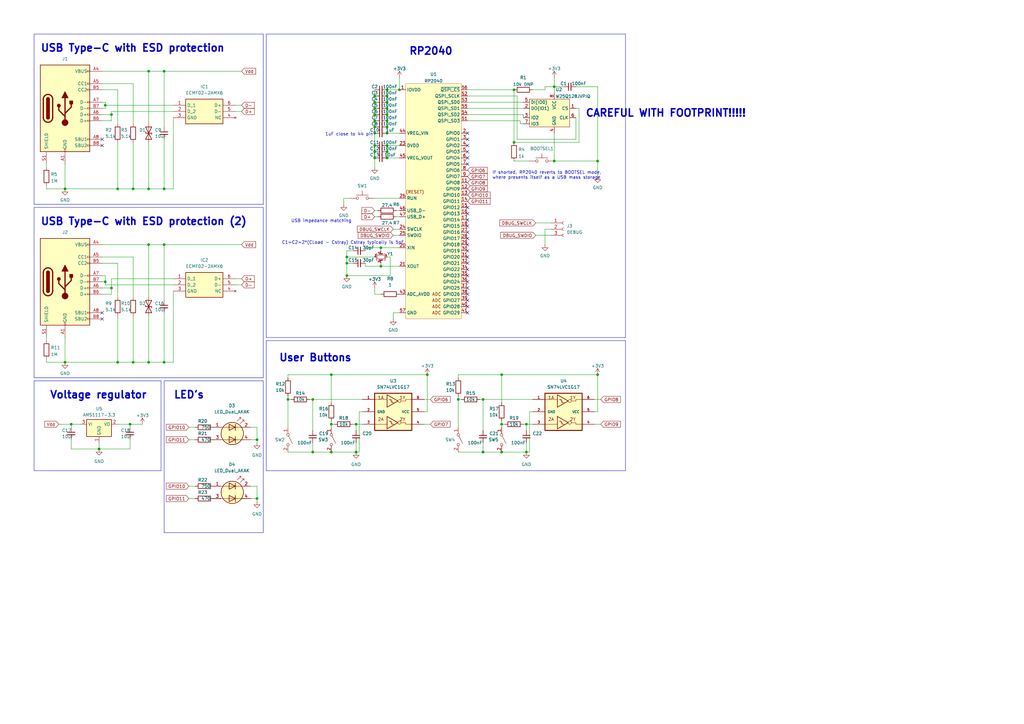
<source format=kicad_sch>
(kicad_sch (version 20231120) (generator "eeschema") (generator_version "8.0")
  (paper "A3")
  (junction (at 153.67 46.99))
  (junction (at 142.24 105.41))
  (junction (at 26.67 77.47))
  (junction (at 153.67 52.07))
  (junction (at 45.72 46.99))
  (junction (at 245.11 66.04))
  (junction (at 187.96 163.83))
  (junction (at 54.61 148.59))
  (junction (at 60.96 148.59))
  (junction (at 175.26 153.67))
  (junction (at 45.72 118.11))
  (junction (at 158.75 59.69))
  (junction (at 29.21 173.99))
  (junction (at 43.18 115.57))
  (junction (at 215.9 173.99))
  (junction (at 67.31 148.59))
  (junction (at 210.82 36.83))
  (junction (at 128.27 163.83))
  (junction (at 142.24 113.03))
  (junction (at 135.89 185.42))
  (junction (at 245.11 153.67))
  (junction (at 67.31 100.33))
  (junction (at 135.89 153.67))
  (junction (at 105.41 204.47))
  (junction (at 153.67 59.69))
  (junction (at 60.96 100.33))
  (junction (at 210.82 58.42))
  (junction (at 158.75 52.07))
  (junction (at 153.67 54.61))
  (junction (at 118.11 163.83))
  (junction (at 158.75 39.37))
  (junction (at 158.75 44.45))
  (junction (at 158.75 54.61))
  (junction (at 158.75 46.99))
  (junction (at 60.96 29.21))
  (junction (at 227.33 35.56))
  (junction (at 60.96 77.47))
  (junction (at 105.41 180.34))
  (junction (at 198.12 163.83))
  (junction (at 205.74 173.99))
  (junction (at 153.67 39.37))
  (junction (at 156.21 109.22))
  (junction (at 158.75 62.23))
  (junction (at 43.18 43.18))
  (junction (at 153.67 49.53))
  (junction (at 156.21 101.6))
  (junction (at 215.9 185.42))
  (junction (at 48.26 77.47))
  (junction (at 53.34 173.99))
  (junction (at 153.67 41.91))
  (junction (at 158.75 41.91))
  (junction (at 158.75 36.83))
  (junction (at 54.61 77.47))
  (junction (at 153.67 62.23))
  (junction (at 67.31 29.21))
  (junction (at 135.89 173.99))
  (junction (at 227.33 66.04))
  (junction (at 153.67 64.77))
  (junction (at 205.74 153.67))
  (junction (at 48.26 148.59))
  (junction (at 163.83 36.83))
  (junction (at 26.67 148.59))
  (junction (at 146.05 173.99))
  (junction (at 67.31 77.47))
  (junction (at 40.64 184.15))
  (junction (at 146.05 185.42))
  (junction (at 128.27 185.42))
  (junction (at 158.75 49.53))
  (junction (at 142.24 107.95))
  (junction (at 198.12 185.42))
  (junction (at 158.75 64.77))
  (junction (at 153.67 44.45))
  (junction (at 205.74 185.42))
  (no_connect (at 191.77 125.73))
  (no_connect (at 191.77 92.71))
  (no_connect (at 191.77 123.19))
  (no_connect (at 191.77 97.79))
  (no_connect (at 191.77 87.63))
  (no_connect (at 191.77 113.03))
  (no_connect (at 191.77 115.57))
  (no_connect (at 191.77 128.27))
  (no_connect (at 41.91 128.27))
  (no_connect (at 191.77 100.33))
  (no_connect (at 191.77 105.41))
  (no_connect (at 191.77 118.11))
  (no_connect (at 41.91 59.69))
  (no_connect (at 191.77 102.87))
  (no_connect (at 191.77 120.65))
  (no_connect (at 191.77 54.61))
  (no_connect (at 191.77 57.15))
  (no_connect (at 191.77 90.17))
  (no_connect (at 191.77 85.09))
  (no_connect (at 191.77 59.69))
  (no_connect (at 191.77 64.77))
  (no_connect (at 41.91 57.15))
  (no_connect (at 191.77 110.49))
  (no_connect (at 191.77 62.23))
  (no_connect (at 41.91 130.81))
  (no_connect (at 191.77 67.31))
  (no_connect (at 191.77 107.95))
  (no_connect (at 191.77 95.25))
  (wire (pts (xy 43.18 116.84) (xy 43.18 115.57)))
  (wire (pts (xy 227.33 54.61) (xy 227.33 66.04)))
  (wire (pts (xy 135.89 173.99) (xy 137.16 173.99)))
  (wire (pts (xy 60.96 129.54) (xy 60.96 148.59)))
  (wire (pts (xy 135.89 173.99) (xy 135.89 175.26)))
  (wire (pts (xy 102.87 199.39) (xy 105.41 199.39)))
  (wire (pts (xy 60.96 58.42) (xy 60.96 77.47)))
  (wire (pts (xy 146.05 181.61) (xy 146.05 185.42)))
  (wire (pts (xy 29.21 180.34) (xy 29.21 184.15)))
  (wire (pts (xy 227.33 31.75) (xy 227.33 35.56)))
  (wire (pts (xy 19.05 67.31) (xy 19.05 68.58)))
  (wire (pts (xy 128.27 181.61) (xy 128.27 185.42)))
  (wire (pts (xy 26.67 148.59) (xy 48.26 148.59)))
  (wire (pts (xy 43.18 41.91) (xy 41.91 41.91)))
  (wire (pts (xy 175.26 168.91) (xy 173.99 168.91)))
  (wire (pts (xy 163.83 31.75) (xy 163.83 36.83)))
  (wire (pts (xy 135.89 153.67) (xy 175.26 153.67)))
  (wire (pts (xy 54.61 148.59) (xy 48.26 148.59)))
  (wire (pts (xy 142.24 105.41) (xy 153.67 105.41)))
  (wire (pts (xy 71.12 77.47) (xy 67.31 77.47)))
  (wire (pts (xy 205.74 173.99) (xy 207.01 173.99)))
  (wire (pts (xy 60.96 100.33) (xy 67.31 100.33)))
  (wire (pts (xy 214.63 173.99) (xy 215.9 173.99)))
  (wire (pts (xy 205.74 173.99) (xy 205.74 175.26)))
  (wire (pts (xy 158.75 54.61) (xy 163.83 54.61)))
  (wire (pts (xy 245.11 72.39) (xy 245.11 66.04)))
  (wire (pts (xy 105.41 199.39) (xy 105.41 204.47)))
  (polyline (pts (xy 13.97 193.04) (xy 66.04 193.04)))
  (wire (pts (xy 26.67 138.43) (xy 26.67 148.59)))
  (wire (pts (xy 60.96 29.21) (xy 60.96 50.8)))
  (wire (pts (xy 102.87 175.26) (xy 105.41 175.26)))
  (wire (pts (xy 48.26 129.54) (xy 48.26 148.59)))
  (wire (pts (xy 158.75 44.45) (xy 158.75 46.99)))
  (wire (pts (xy 196.85 163.83) (xy 198.12 163.83)))
  (polyline (pts (xy 67.31 156.21) (xy 67.31 218.44)))
  (wire (pts (xy 128.27 185.42) (xy 135.89 185.42)))
  (wire (pts (xy 237.49 44.45) (xy 237.49 58.42)))
  (wire (pts (xy 205.74 153.67) (xy 205.74 165.1)))
  (wire (pts (xy 118.11 185.42) (xy 128.27 185.42)))
  (wire (pts (xy 191.77 41.91) (xy 214.63 41.91)))
  (wire (pts (xy 214.63 50.8) (xy 213.36 50.8)))
  (wire (pts (xy 158.75 49.53) (xy 158.75 52.07)))
  (wire (pts (xy 128.27 163.83) (xy 128.27 176.53)))
  (polyline (pts (xy 13.97 154.94) (xy 13.97 85.09)))
  (wire (pts (xy 118.11 162.56) (xy 118.11 163.83)))
  (wire (pts (xy 161.29 128.27) (xy 161.29 130.81)))
  (wire (pts (xy 210.82 66.04) (xy 217.17 66.04)))
  (wire (pts (xy 215.9 173.99) (xy 215.9 176.53)))
  (wire (pts (xy 67.31 100.33) (xy 67.31 123.19)))
  (wire (pts (xy 205.74 172.72) (xy 205.74 173.99)))
  (wire (pts (xy 67.31 148.59) (xy 60.96 148.59)))
  (wire (pts (xy 187.96 185.42) (xy 198.12 185.42)))
  (wire (pts (xy 245.11 153.67) (xy 245.11 168.91)))
  (wire (pts (xy 77.47 180.34) (xy 80.01 180.34)))
  (wire (pts (xy 24.13 173.99) (xy 29.21 173.99)))
  (wire (pts (xy 219.71 96.52) (xy 226.06 96.52)))
  (wire (pts (xy 43.18 44.45) (xy 43.18 43.18)))
  (wire (pts (xy 41.91 29.21) (xy 60.96 29.21)))
  (wire (pts (xy 219.71 91.44) (xy 226.06 91.44)))
  (wire (pts (xy 158.75 59.69) (xy 163.83 59.69)))
  (wire (pts (xy 158.75 39.37) (xy 158.75 41.91)))
  (wire (pts (xy 71.12 148.59) (xy 67.31 148.59)))
  (wire (pts (xy 153.67 44.45) (xy 153.67 46.99)))
  (wire (pts (xy 227.33 35.56) (xy 227.33 38.1)))
  (wire (pts (xy 158.75 52.07) (xy 158.75 54.61)))
  (wire (pts (xy 67.31 128.27) (xy 67.31 148.59)))
  (wire (pts (xy 53.34 180.34) (xy 53.34 184.15)))
  (wire (pts (xy 153.67 39.37) (xy 153.67 41.91)))
  (wire (pts (xy 149.86 109.22) (xy 149.86 107.95)))
  (polyline (pts (xy 109.22 13.97) (xy 109.22 138.43)))
  (wire (pts (xy 156.21 109.22) (xy 149.86 109.22)))
  (wire (pts (xy 135.89 172.72) (xy 135.89 173.99)))
  (wire (pts (xy 26.67 77.47) (xy 48.26 77.47)))
  (wire (pts (xy 156.21 101.6) (xy 156.21 102.87)))
  (wire (pts (xy 163.83 109.22) (xy 156.21 109.22)))
  (wire (pts (xy 176.53 173.99) (xy 173.99 173.99)))
  (wire (pts (xy 153.67 52.07) (xy 153.67 54.61)))
  (wire (pts (xy 153.67 36.83) (xy 153.67 39.37)))
  (wire (pts (xy 41.91 44.45) (xy 43.18 44.45)))
  (wire (pts (xy 205.74 153.67) (xy 245.11 153.67)))
  (wire (pts (xy 147.32 168.91) (xy 147.32 185.42)))
  (wire (pts (xy 140.97 81.28) (xy 140.97 83.82)))
  (polyline (pts (xy 107.95 13.97) (xy 107.95 83.82)))
  (wire (pts (xy 158.75 41.91) (xy 158.75 44.45)))
  (wire (pts (xy 163.83 101.6) (xy 156.21 101.6)))
  (wire (pts (xy 41.91 100.33) (xy 60.96 100.33)))
  (polyline (pts (xy 67.31 156.21) (xy 107.95 156.21)))
  (wire (pts (xy 187.96 163.83) (xy 187.96 175.26)))
  (wire (pts (xy 236.22 44.45) (xy 237.49 44.45)))
  (wire (pts (xy 71.12 48.26) (xy 71.12 77.47)))
  (polyline (pts (xy 256.54 138.43) (xy 109.22 138.43)))
  (wire (pts (xy 153.67 81.28) (xy 163.83 81.28)))
  (wire (pts (xy 158.75 62.23) (xy 158.75 59.69)))
  (wire (pts (xy 153.67 46.99) (xy 153.67 49.53)))
  (wire (pts (xy 43.18 115.57) (xy 43.18 113.03)))
  (wire (pts (xy 156.21 109.22) (xy 156.21 107.95)))
  (wire (pts (xy 48.26 173.99) (xy 53.34 173.99)))
  (polyline (pts (xy 256.54 13.97) (xy 256.54 138.43)))
  (polyline (pts (xy 256.54 193.04) (xy 256.54 139.7)))
  (wire (pts (xy 144.78 173.99) (xy 146.05 173.99)))
  (polyline (pts (xy 13.97 156.21) (xy 66.04 156.21)))
  (wire (pts (xy 45.72 118.11) (xy 45.72 120.65)))
  (wire (pts (xy 45.72 120.65) (xy 41.91 120.65)))
  (wire (pts (xy 236.22 35.56) (xy 245.11 35.56)))
  (wire (pts (xy 43.18 43.18) (xy 43.18 41.91)))
  (wire (pts (xy 160.02 105.41) (xy 160.02 113.03)))
  (wire (pts (xy 19.05 76.2) (xy 19.05 77.47)))
  (wire (pts (xy 48.26 107.95) (xy 48.26 121.92)))
  (wire (pts (xy 237.49 58.42) (xy 210.82 58.42)))
  (wire (pts (xy 153.67 54.61) (xy 153.67 59.69)))
  (wire (pts (xy 153.67 86.36) (xy 154.94 86.36)))
  (wire (pts (xy 205.74 185.42) (xy 215.9 185.42)))
  (wire (pts (xy 161.29 93.98) (xy 163.83 93.98)))
  (wire (pts (xy 96.52 43.18) (xy 99.06 43.18)))
  (wire (pts (xy 158.75 46.99) (xy 158.75 49.53)))
  (polyline (pts (xy 107.95 154.94) (xy 13.97 154.94)))
  (wire (pts (xy 45.72 45.72) (xy 45.72 46.99)))
  (wire (pts (xy 217.17 168.91) (xy 217.17 185.42)))
  (wire (pts (xy 45.72 118.11) (xy 41.91 118.11)))
  (wire (pts (xy 67.31 77.47) (xy 60.96 77.47)))
  (wire (pts (xy 191.77 44.45) (xy 214.63 44.45)))
  (wire (pts (xy 153.67 41.91) (xy 153.67 44.45)))
  (wire (pts (xy 19.05 138.43) (xy 19.05 139.7)))
  (wire (pts (xy 26.67 67.31) (xy 26.67 77.47)))
  (wire (pts (xy 160.02 113.03) (xy 142.24 113.03)))
  (polyline (pts (xy 109.22 139.7) (xy 109.22 193.04)))
  (polyline (pts (xy 13.97 85.09) (xy 107.95 85.09)))
  (wire (pts (xy 163.83 64.77) (xy 158.75 64.77)))
  (wire (pts (xy 41.91 36.83) (xy 48.26 36.83)))
  (wire (pts (xy 96.52 45.72) (xy 99.06 45.72)))
  (wire (pts (xy 198.12 181.61) (xy 198.12 185.42)))
  (polyline (pts (xy 107.95 218.44) (xy 107.95 156.21)))
  (wire (pts (xy 67.31 29.21) (xy 99.06 29.21)))
  (wire (pts (xy 215.9 173.99) (xy 218.44 173.99)))
  (wire (pts (xy 198.12 163.83) (xy 218.44 163.83)))
  (wire (pts (xy 19.05 147.32) (xy 19.05 148.59)))
  (wire (pts (xy 227.33 35.56) (xy 231.14 35.56)))
  (wire (pts (xy 53.34 173.99) (xy 58.42 173.99)))
  (wire (pts (xy 187.96 162.56) (xy 187.96 163.83)))
  (wire (pts (xy 187.96 153.67) (xy 187.96 154.94)))
  (wire (pts (xy 96.52 114.3) (xy 99.06 114.3)))
  (polyline (pts (xy 107.95 85.09) (xy 107.95 154.94)))
  (wire (pts (xy 158.75 36.83) (xy 163.83 36.83)))
  (polyline (pts (xy 67.31 218.44) (xy 107.95 218.44)))
  (wire (pts (xy 142.24 105.41) (xy 142.24 107.95)))
  (wire (pts (xy 118.11 163.83) (xy 119.38 163.83)))
  (wire (pts (xy 176.53 163.83) (xy 173.99 163.83)))
  (wire (pts (xy 153.67 62.23) (xy 153.67 64.77)))
  (wire (pts (xy 198.12 185.42) (xy 205.74 185.42)))
  (polyline (pts (xy 109.22 193.04) (xy 256.54 193.04)))
  (wire (pts (xy 217.17 185.42) (xy 215.9 185.42)))
  (polyline (pts (xy 109.22 139.7) (xy 256.54 139.7)))
  (wire (pts (xy 60.96 29.21) (xy 67.31 29.21)))
  (wire (pts (xy 161.29 96.52) (xy 163.83 96.52)))
  (wire (pts (xy 135.89 153.67) (xy 118.11 153.67)))
  (wire (pts (xy 45.72 46.99) (xy 41.91 46.99)))
  (wire (pts (xy 105.41 204.47) (xy 105.41 205.74)))
  (wire (pts (xy 163.83 128.27) (xy 161.29 128.27)))
  (wire (pts (xy 19.05 148.59) (xy 26.67 148.59)))
  (wire (pts (xy 54.61 77.47) (xy 48.26 77.47)))
  (wire (pts (xy 223.52 35.56) (xy 227.33 35.56)))
  (wire (pts (xy 54.61 58.42) (xy 54.61 77.47)))
  (wire (pts (xy 135.89 153.67) (xy 135.89 165.1)))
  (wire (pts (xy 215.9 181.61) (xy 215.9 185.42)))
  (wire (pts (xy 71.12 119.38) (xy 71.12 148.59)))
  (wire (pts (xy 153.67 64.77) (xy 153.67 68.58)))
  (wire (pts (xy 146.05 173.99) (xy 148.59 173.99)))
  (wire (pts (xy 142.24 102.87) (xy 142.24 105.41)))
  (wire (pts (xy 227.33 66.04) (xy 245.11 66.04)))
  (wire (pts (xy 67.31 29.21) (xy 67.31 52.07)))
  (polyline (pts (xy 66.04 193.04) (xy 66.04 156.21)))
  (wire (pts (xy 29.21 173.99) (xy 29.21 175.26)))
  (wire (pts (xy 54.61 129.54) (xy 54.61 148.59)))
  (wire (pts (xy 245.11 168.91) (xy 243.84 168.91)))
  (wire (pts (xy 54.61 105.41) (xy 54.61 121.92)))
  (wire (pts (xy 77.47 204.47) (xy 80.01 204.47)))
  (wire (pts (xy 156.21 101.6) (xy 149.86 101.6)))
  (wire (pts (xy 29.21 173.99) (xy 33.02 173.99)))
  (wire (pts (xy 48.26 36.83) (xy 48.26 50.8)))
  (wire (pts (xy 223.52 36.83) (xy 223.52 35.56)))
  (wire (pts (xy 226.06 93.98) (xy 223.52 93.98)))
  (wire (pts (xy 43.18 43.18) (xy 71.12 43.18)))
  (wire (pts (xy 210.82 58.42) (xy 210.82 36.83)))
  (wire (pts (xy 191.77 46.99) (xy 214.63 46.99)))
  (wire (pts (xy 67.31 57.15) (xy 67.31 77.47)))
  (wire (pts (xy 218.44 36.83) (xy 223.52 36.83)))
  (wire (pts (xy 158.75 64.77) (xy 158.75 62.23)))
  (wire (pts (xy 53.34 173.99) (xy 53.34 175.26)))
  (wire (pts (xy 205.74 153.67) (xy 187.96 153.67)))
  (wire (pts (xy 187.96 163.83) (xy 189.23 163.83)))
  (wire (pts (xy 71.12 45.72) (xy 45.72 45.72)))
  (wire (pts (xy 41.91 105.41) (xy 54.61 105.41)))
  (wire (pts (xy 158.75 105.41) (xy 160.02 105.41)))
  (wire (pts (xy 118.11 153.67) (xy 118.11 154.94)))
  (wire (pts (xy 245.11 35.56) (xy 245.11 66.04)))
  (wire (pts (xy 198.12 163.83) (xy 198.12 176.53)))
  (wire (pts (xy 175.26 153.67) (xy 175.26 168.91)))
  (wire (pts (xy 41.91 115.57) (xy 43.18 115.57)))
  (wire (pts (xy 213.36 50.8) (xy 213.36 49.53)))
  (wire (pts (xy 105.41 175.26) (xy 105.41 180.34)))
  (polyline (pts (xy 13.97 156.21) (xy 13.97 193.04)))
  (wire (pts (xy 41.91 107.95) (xy 48.26 107.95)))
  (wire (pts (xy 156.21 120.65) (xy 153.67 120.65)))
  (wire (pts (xy 45.72 114.3) (xy 45.72 118.11)))
  (wire (pts (xy 118.11 163.83) (xy 118.11 175.26)))
  (wire (pts (xy 143.51 81.28) (xy 140.97 81.28)))
  (wire (pts (xy 142.24 107.95) (xy 142.24 113.03)))
  (wire (pts (xy 191.77 39.37) (xy 212.09 39.37)))
  (wire (pts (xy 48.26 58.42) (xy 48.26 77.47)))
  (wire (pts (xy 246.38 163.83) (xy 243.84 163.83)))
  (wire (pts (xy 153.67 49.53) (xy 153.67 52.07)))
  (wire (pts (xy 54.61 34.29) (xy 54.61 50.8)))
  (wire (pts (xy 19.05 77.47) (xy 26.67 77.47)))
  (wire (pts (xy 153.67 59.69) (xy 153.67 62.23)))
  (wire (pts (xy 41.91 34.29) (xy 54.61 34.29)))
  (wire (pts (xy 191.77 49.53) (xy 213.36 49.53)))
  (wire (pts (xy 153.67 88.9) (xy 154.94 88.9)))
  (wire (pts (xy 77.47 199.39) (xy 80.01 199.39)))
  (wire (pts (xy 45.72 49.53) (xy 41.91 49.53)))
  (wire (pts (xy 144.78 102.87) (xy 142.24 102.87)))
  (wire (pts (xy 102.87 204.47) (xy 105.41 204.47)))
  (wire (pts (xy 127 163.83) (xy 128.27 163.83)))
  (wire (pts (xy 162.56 88.9) (xy 163.83 88.9)))
  (wire (pts (xy 67.31 100.33) (xy 99.06 100.33)))
  (wire (pts (xy 153.67 120.65) (xy 153.67 118.11)))
  (wire (pts (xy 148.59 168.91) (xy 147.32 168.91)))
  (wire (pts (xy 158.75 36.83) (xy 158.75 39.37)))
  (wire (pts (xy 77.47 175.26) (xy 80.01 175.26)))
  (wire (pts (xy 191.77 36.83) (xy 210.82 36.83)))
  (polyline (pts (xy 13.97 13.97) (xy 107.95 13.97)))
  (wire (pts (xy 212.09 57.15) (xy 212.09 39.37)))
  (wire (pts (xy 45.72 46.99) (xy 45.72 49.53)))
  (wire (pts (xy 53.34 184.15) (xy 40.64 184.15)))
  (wire (pts (xy 60.96 100.33) (xy 60.96 121.92)))
  (wire (pts (xy 162.56 86.36) (xy 163.83 86.36)))
  (wire (pts (xy 146.05 173.99) (xy 146.05 176.53)))
  (wire (pts (xy 135.89 185.42) (xy 146.05 185.42)))
  (wire (pts (xy 147.32 185.42) (xy 146.05 185.42)))
  (wire (pts (xy 105.41 180.34) (xy 105.41 181.61)))
  (polyline (pts (xy 13.97 83.82) (xy 13.97 13.97)))
  (wire (pts (xy 218.44 168.91) (xy 217.17 168.91)))
  (wire (pts (xy 236.22 48.26) (xy 236.22 57.15)))
  (polyline (pts (xy 109.22 13.97) (xy 256.54 13.97)))
  (wire (pts (xy 102.87 180.34) (xy 105.41 180.34)))
  (wire (pts (xy 236.22 57.15) (xy 212.09 57.15)))
  (wire (pts (xy 71.12 116.84) (xy 43.18 116.84)))
  (wire (pts (xy 60.96 77.47) (xy 54.61 77.47)))
  (wire (pts (xy 29.21 184.15) (xy 40.64 184.15)))
  (wire (pts (xy 43.18 113.03) (xy 41.91 113.03)))
  (wire (pts (xy 60.96 148.59) (xy 54.61 148.59)))
  (wire (pts (xy 96.52 116.84) (xy 99.06 116.84)))
  (wire (pts (xy 40.64 181.61) (xy 40.64 184.15)))
  (wire (pts (xy 149.86 101.6) (xy 149.86 102.87)))
  (wire (pts (xy 128.27 163.83) (xy 148.59 163.83)))
  (wire (pts (xy 246.38 173.99) (xy 243.84 173.99)))
  (polyline (pts (xy 107.95 83.82) (xy 13.97 83.82)))
  (wire (pts (xy 45.72 114.3) (xy 71.12 114.3)))
  (wire (pts (xy 223.52 93.98) (xy 223.52 100.33)))
  (wire (pts (xy 214.63 48.26) (xy 214.63 46.99)))
  (wire (pts (xy 142.24 107.95) (xy 144.78 107.95)))
  (text "USB impedance matching" (at 119.38 91.44 0) (effects (font (size 1.27 1.27)) (justify left bottom)))
  (text "USB Type-C with ESD protection (2)\n" (at 16.51 92.71 0) (effects (font (size 3 3) (thickness 0.6) (bold yes)) (justify left bottom)))
  (text "USB Type-C with ESD protection\n" (at 16.51 21.59 0) (effects (font (size 3 3) (thickness 0.6) (bold yes)) (justify left bottom)))
  (text "Voltage regulator" (at 20.32 163.83 0) (effects (font (size 3 3) (thickness 0.6) (bold yes)) (justify left bottom)))
  (text "LED's" (at 71.12 163.83 0) (effects (font (size 3 3) (thickness 0.6) (bold yes)) (justify left bottom)))
  (text "1uF close to 44 pin" (at 133.35 55.88 0) (effects (font (size 1.27 1.27)) (justify left bottom)))
  (text "If shorted, RP2040 reverts to BOOTSEL mode,\nwhere presents itself as a USB mass storage" (at 201.93 73.66 0) (effects (font (size 1.27 1.27)) (justify left bottom)))
  (text "CAREFUL WITH FOOTPRINT!!!!!" (at 240.03 48.26 0) (effects (font (size 3 3) (thickness 0.6) (bold yes)) (justify left bottom)))
  (text "User Buttons" (at 114.3 148.59 0) (effects (font (size 3 3) (thickness 0.6) (bold yes)) (justify left bottom)))
  (text "RP2040" (at 167.64 22.86 0) (effects (font (size 3 3) (thickness 0.6) (bold yes)) (justify left bottom)))
  (text "C1=C2=2*(CLoad - Cstray) Cstray typically is 5pF" (at 115.57 100.33 0) (effects (font (size 1.27 1.27)) (justify left bottom)))
  (global_label "D+" (shape input) (at 99.06 114.3 0) (property "Intersheetrefs" "${INTERSHEET_REFS}" (effects (hide yes))))
  (global_label "DBUG_SWDIO" (shape input) (at 161.29 96.52 180) (property "Intersheetrefs" "${INTERSHEET_REFS}" (effects (hide yes))))
  (global_label "GPIO11" (shape input) (at 191.77 82.55 0) (property "Intersheetrefs" "${INTERSHEET_REFS}" (effects (hide yes))))
  (global_label "GPIO8" (shape input) (at 246.38 163.83 0) (property "Intersheetrefs" "${INTERSHEET_REFS}" (effects (hide yes))))
  (global_label "D-" (shape input) (at 99.06 43.18 0) (property "Intersheetrefs" "${INTERSHEET_REFS}" (effects (hide yes))))
  (global_label "D-" (shape input) (at 99.06 116.84 0) (property "Intersheetrefs" "${INTERSHEET_REFS}" (effects (hide yes))))
  (global_label "GPIO7" (shape input) (at 176.53 173.99 0) (property "Intersheetrefs" "${INTERSHEET_REFS}" (effects (hide yes))))
  (global_label "GPIO9" (shape input) (at 191.77 77.47 0) (property "Intersheetrefs" "${INTERSHEET_REFS}" (effects (hide yes))))
  (global_label "GPIO7" (shape input) (at 191.77 72.39 0) (property "Intersheetrefs" "${INTERSHEET_REFS}" (effects (hide yes))))
  (global_label "D+" (shape input) (at 153.67 88.9 180) (property "Intersheetrefs" "${INTERSHEET_REFS}" (effects (hide yes))))
  (global_label "GPIO11" (shape input) (at 77.47 180.34 180) (property "Intersheetrefs" "${INTERSHEET_REFS}" (effects (hide yes))))
  (global_label "Vdd" (shape input) (at 99.06 29.21 0) (property "Intersheetrefs" "${INTERSHEET_REFS}" (effects (hide yes))))
  (global_label "DBUG_SWDIO" (shape input) (at 219.71 96.52 180) (property "Intersheetrefs" "${INTERSHEET_REFS}" (effects (hide yes))))
  (global_label "GPIO8" (shape input) (at 191.77 74.93 0) (property "Intersheetrefs" "${INTERSHEET_REFS}" (effects (hide yes))))
  (global_label "D-" (shape input) (at 153.67 86.36 180) (property "Intersheetrefs" "${INTERSHEET_REFS}" (effects (hide yes))))
  (global_label "GPIO6" (shape input) (at 176.53 163.83 0) (property "Intersheetrefs" "${INTERSHEET_REFS}" (effects (hide yes))))
  (global_label "D+" (shape input) (at 99.06 45.72 0) (property "Intersheetrefs" "${INTERSHEET_REFS}" (effects (hide yes))))
  (global_label "GPIO10" (shape input) (at 191.77 80.01 0) (property "Intersheetrefs" "${INTERSHEET_REFS}" (effects (hide yes))))
  (global_label "DBUG_SWCLK" (shape input) (at 161.29 93.98 180) (property "Intersheetrefs" "${INTERSHEET_REFS}" (effects (hide yes))))
  (global_label "Vdd" (shape input) (at 24.13 173.99 180) (property "Intersheetrefs" "${INTERSHEET_REFS}" (effects (hide yes))))
  (global_label "GPIO10" (shape input) (at 77.47 175.26 180) (property "Intersheetrefs" "${INTERSHEET_REFS}" (effects (hide yes))))
  (global_label "GPIO6" (shape input) (at 191.77 69.85 0) (property "Intersheetrefs" "${INTERSHEET_REFS}" (effects (hide yes))))
  (global_label "DBUG_SWCLK" (shape input) (at 219.71 91.44 180) (property "Intersheetrefs" "${INTERSHEET_REFS}" (effects (hide yes))))
  (global_label "GPIO10" (shape input) (at 77.47 199.39 180) (property "Intersheetrefs" "${INTERSHEET_REFS}" (effects (hide yes))))
  (global_label "GPIO11" (shape input) (at 77.47 204.47 180) (property "Intersheetrefs" "${INTERSHEET_REFS}" (effects (hide yes))))
  (global_label "GPIO9" (shape input) (at 246.38 173.99 0) (property "Intersheetrefs" "${INTERSHEET_REFS}" (effects (hide yes))))
  (global_label "Vdd" (shape input) (at 99.06 100.33 0) (property "Intersheetrefs" "${INTERSHEET_REFS}" (effects (hide yes))))
  (symbol (lib_id "Device:R") (at 210.82 62.23 180) (unit 1)
    (property "Reference" "R4" (at 212.598 61.3215 0) (effects (justify right)))
    (property "Value" "1k" (at 212.598 64.0966 0) (effects (justify right)))
    (property "Footprint" "Resistor_SMD:R_0402_1005Metric" (effects (hide yes)))
  )
  (symbol (lib_id "Device:C_Small") (at 156.21 36.83 90) (unit 1)
    (property "Reference" "C2" (at 153.67 35.56 90))
    (property "Value" "100nF" (at 160.02 35.56 90))
    (property "Footprint" "Capacitor_SMD:C_0402_1005Metric" (effects (hide yes)))
  )
  (symbol (lib_id "Device:R") (at 48.26 125.73 0) (unit 1)
    (property "Reference" "R9" (at 43.18 124.46 0) (effects (justify left)))
    (property "Value" "5.1k" (at 43.18 127 0) (effects (justify left)))
    (property "Footprint" "Resistor_SMD:R_0402_1005Metric" (effects (hide yes)))
  )
  (symbol (lib_id "Device:R") (at 83.82 175.26 90) (unit 1)
    (property "Reference" "R20" (at 85.09 172.72 90) (effects (justify left)))
    (property "Value" "750" (at 86.36 175.26 90) (effects (justify left)))
    (property "Footprint" "Resistor_SMD:R_0402_1005Metric" (effects (hide yes)))
  )
  (symbol (lib_id "Device:C_Small") (at 147.32 107.95 90) (unit 1)
    (property "Reference" "C15" (at 144.78 106.68 90))
    (property "Value" "30pF" (at 151.13 106.68 90))
    (property "Footprint" "Capacitor_SMD:C_0402_1005Metric" (effects (hide yes)))
  )
  (symbol (lib_id "Device:C_Small") (at 67.31 54.61 0) (unit 1)
    (property "Reference" "C9" (at 63.5 53.34 0) (effects (justify left)))
    (property "Value" "10uF" (at 63.5 55.88 0) (effects (justify left)))
    (property "Footprint" "Capacitor_SMD:C_0603_1608Metric" (effects (hide yes)))
  )
  (symbol (lib_id "power:GND") (at 142.24 113.03 0) (unit 1)
    (property "Reference" "#PWR07" (effects (hide yes)))
    (property "Value" "GND" (at 142.24 117.5925 0))
  )
  (symbol (lib_id "power:GND") (at 215.9 185.42 0) (unit 1)
    (property "Reference" "#PWR017" (effects (hide yes)))
    (property "Value" "GND" (at 215.9 190.5 0))
  )
  (symbol (lib_id "Device:R") (at 140.97 173.99 270) (unit 1)
    (property "Reference" "R18" (at 140.97 171.45 90))
    (property "Value" "10k" (at 140.97 173.99 90))
    (property "Footprint" "Resistor_SMD:R_0402_1005Metric" (effects (hide yes)))
  )
  (symbol (lib_id "Device:Crystal_GND24_Small") (at 156.21 105.41 270) (unit 1)
    (property "Reference" "Y1" (at 160.02 104.14 90))
    (property "Value" "Crystal_GND24_Small" (effects (hide yes)))
    (property "Footprint" "Crystal:Crystal_SMD_3225-4Pin_3.2x2.5mm" (effects (hide yes)))
  )
  (symbol (lib_id "Device:R") (at 160.02 120.65 90) (unit 1)
    (property "Reference" "R8" (at 160.02 114.3 90))
    (property "Value" "1" (at 160.02 116.84 90))
    (property "Footprint" "Resistor_SMD:R_0402_1005Metric" (effects (hide yes)))
  )
  (symbol (lib_id "Device:C_Small") (at 156.21 39.37 90) (unit 1)
    (property "Reference" "C3" (at 153.67 38.1 90))
    (property "Value" "100nF" (at 160.02 38.1 90))
    (property "Footprint" "Capacitor_SMD:C_0402_1005Metric" (effects (hide yes)))
  )
  (symbol (lib_id "Device:R") (at 135.89 168.91 0) (unit 1)
    (property "Reference" "R16" (at 130.81 167.64 0) (effects (justify left)))
    (property "Value" "10k" (at 130.81 170.18 0) (effects (justify left)))
    (property "Footprint" "Resistor_SMD:R_0402_1005Metric" (effects (hide yes)))
  )
  (symbol (lib_id "Switch:SW_Push") (at 222.25 66.04 0) (unit 1)
    (property "Reference" "BOOTSEL1" (at 222.25 60.96 0))
    (property "Value" "BOOTSEL" (effects (hide yes)))
    (property "Footprint" "_buttons:SW_SMD_XKB_(TS-1809SM-C)" (effects (hide yes)))
  )
  (symbol (lib_id "Switch:SW_Push") (at 148.59 81.28 0) (unit 1)
    (property "Reference" "SW1" (at 148.59 76.2 0))
    (property "Value" "SW_Push" (effects (hide yes)))
    (property "Footprint" "_buttons:SW_SMD_XKB_(TS-1809SM-C)" (effects (hide yes)))
  )
  (symbol (lib_id "Device:R") (at 19.05 72.39 0) (unit 1)
    (property "Reference" "R5" (at 20.828 71.4815 0) (effects (justify left)))
    (property "Value" "1M" (at 20.828 74.2566 0) (effects (justify left)))
    (property "Footprint" "Resistor_SMD:R_0402_1005Metric" (effects (hide yes)))
  )
  (symbol (lib_id "Switch:SW_SPST") (at 118.11 180.34 270) (unit 1)
    (property "Reference" "SW2" (at 116.84 180.34 90) (effects (justify right)))
    (property "Value" "SW_SPST" (effects (hide yes)))
    (property "Footprint" "_buttons:SW_SMD_KLS7-TS5401" (effects (hide yes)))
  )
  (symbol (lib_id "Device:R") (at 123.19 163.83 270) (unit 1)
    (property "Reference" "R14" (at 123.19 161.29 90))
    (property "Value" "10k" (at 123.19 163.83 90))
    (property "Footprint" "Resistor_SMD:R_0402_1005Metric" (effects (hide yes)))
  )
  (symbol (lib_id "power:GND") (at 223.52 100.33 0) (unit 1)
    (property "Reference" "#PWR019" (effects (hide yes)))
    (property "Value" "GND" (at 223.52 104.8925 0))
  )
  (symbol (lib_id "Device:C_Small") (at 156.21 64.77 90) (unit 1)
    (property "Reference" "C13" (at 153.67 63.5 90))
    (property "Value" "10uF" (at 160.02 63.5 90))
    (property "Footprint" "Capacitor_SMD:C_0603_1608Metric" (effects (hide yes)))
  )
  (symbol (lib_id "Switch:SW_SPST") (at 187.96 180.34 270) (unit 1)
    (property "Reference" "SW4" (at 186.69 180.34 90) (effects (justify right)))
    (property "Value" "SW_SPST" (effects (hide yes)))
    (property "Footprint" "_buttons:SW_SMD_KLS7-TS5401" (effects (hide yes)))
  )
  (symbol (lib_id "Device:R") (at 48.26 54.61 0) (unit 1)
    (property "Reference" "R2" (at 43.18 53.34 0) (effects (justify left)))
    (property "Value" "5.1k" (at 43.18 55.88 0) (effects (justify left)))
    (property "Footprint" "Resistor_SMD:R_0402_1005Metric" (effects (hide yes)))
  )
  (symbol (lib_id "Device:LED_Dual_AKAK") (at 95.25 201.93 0) (unit 1)
    (property "Reference" "D4" (at 95.123 190.5 0))
    (property "Value" "LED_Dual_AKAK" (at 95.123 193.04 0))
    (property "Footprint" "_led:LED_RG_KPB-3025" (effects (hide yes)))
  )
  (symbol (lib_id "Device:C_Small") (at 215.9 179.07 0) (unit 1)
    (property "Reference" "C22" (at 218.44 177.8063 0) (effects (justify left)))
    (property "Value" "100nF" (at 209.55 181.61 0) (effects (justify left)))
    (property "Footprint" "Capacitor_SMD:C_0402_1005Metric" (effects (hide yes)))
  )
  (symbol (lib_id "Switch:SW_SPST") (at 135.89 180.34 270) (unit 1)
    (property "Reference" "SW3" (at 134.62 180.34 90) (effects (justify right)))
    (property "Value" "SW_SPST" (effects (hide yes)))
    (property "Footprint" "_buttons:SW_SMD_KLS7-TS5401" (effects (hide yes)))
  )
  (symbol (lib_id "power:+3.3V") (at 227.33 31.75 0) (unit 1)
    (property "Reference" "#PWR02" (effects (hide yes)))
    (property "Value" "+3V3" (at 227.33 28.1455 0))
  )
  (symbol (lib_id "power:+3.3V") (at 163.83 31.75 0) (unit 1)
    (property "Reference" "#PWR01" (effects (hide yes)))
    (property "Value" "+3V3" (at 163.83 28.1455 0))
  )
  (symbol (lib_id "Device:D_TVS") (at 60.96 54.61 90) (unit 1)
    (property "Reference" "D1" (at 58.42 53.34 90))
    (property "Value" "D_TVS" (effects (hide yes)))
    (property "Footprint" "_basic:ESD_PGB1010603MR" (effects (hide yes)))
  )
  (symbol (lib_id "Device:R") (at 83.82 204.47 90) (unit 1)
    (property "Reference" "R23" (at 85.09 201.93 90) (effects (justify left)))
    (property "Value" "470" (at 86.36 204.47 90) (effects (justify left)))
    (property "Footprint" "Resistor_SMD:R_0402_1005Metric" (effects (hide yes)))
  )
  (symbol (lib_id "Switch:SW_SPST") (at 205.74 180.34 270) (unit 1)
    (property "Reference" "SW5" (at 204.47 180.34 90) (effects (justify right)))
    (property "Value" "SW_SPST" (effects (hide yes)))
    (property "Footprint" "_buttons:SW_SMD_KLS7-TS5401" (effects (hide yes)))
  )
  (symbol (lib_id "power:+3.3V") (at 153.67 118.11 0) (unit 1)
    (property "Reference" "#PWR08" (effects (hide yes)))
    (property "Value" "+3V3" (at 153.67 114.5055 0))
  )
  (symbol (lib_id "Device:R") (at 54.61 125.73 0) (unit 1)
    (property "Reference" "R10" (at 49.53 124.46 0) (effects (justify left)))
    (property "Value" "5.1k" (at 49.53 127 0) (effects (justify left)))
    (property "Footprint" "Resistor_SMD:R_0402_1005Metric" (effects (hide yes)))
  )
  (symbol (lib_id "Device:C_Small") (at 198.12 179.07 0) (unit 1)
    (property "Reference" "C21" (at 200.66 177.8063 0) (effects (justify left)))
    (property "Value" "100nF" (at 191.77 181.61 0) (effects (justify left)))
    (property "Footprint" "Capacitor_SMD:C_0402_1005Metric" (effects (hide yes)))
  )
  (symbol (lib_id "Device:C_Small") (at 156.21 52.07 90) (unit 1)
    (property "Reference" "C8" (at 153.67 50.8 90))
    (property "Value" "100nF" (at 160.02 50.8 90))
    (property "Footprint" "Capacitor_SMD:C_0402_1005Metric" (effects (hide yes)))
  )
  (symbol (lib_id "power:+3.3V") (at 58.42 173.99 0) (unit 1)
    (property "Reference" "#PWR013" (effects (hide yes)))
    (property "Value" "+3V3" (at 58.42 170.3855 0))
  )
  (symbol (lib_id "Device:R") (at 187.96 158.75 0) (unit 1)
    (property "Reference" "R13" (at 182.88 157.48 0) (effects (justify left)))
    (property "Value" "10k" (at 182.88 160.02 0) (effects (justify left)))
    (property "Footprint" "Resistor_SMD:R_0402_1005Metric" (effects (hide yes)))
  )
  (symbol (lib_id "Device:C_Small") (at 147.32 102.87 90) (unit 1)
    (property "Reference" "C14" (at 144.78 101.6 90))
    (property "Value" "30pF" (at 151.13 101.6 90))
    (property "Footprint" "Capacitor_SMD:C_0402_1005Metric" (effects (hide yes)))
  )
  (symbol (lib_id "_chips:74LVC2G14") (at 231.14 168.91 0) (unit 1)
    (property "Reference" "U4" (at 231.14 156.21 0))
    (property "Value" "SN74LVC1G17" (at 231.14 158.75 0))
    (property "Footprint" "Package_TO_SOT_SMD:SOT-23-6" (effects (hide yes)))
  )
  (symbol (lib_id "Device:R") (at 83.82 199.39 90) (unit 1)
    (property "Reference" "R22" (at 85.09 196.85 90) (effects (justify left)))
    (property "Value" "750" (at 86.36 199.39 90) (effects (justify left)))
    (property "Footprint" "Resistor_SMD:R_0402_1005Metric" (effects (hide yes)))
  )
  (symbol (lib_id "power:GND") (at 105.41 181.61 0) (unit 1)
    (property "Reference" "#PWR014" (effects (hide yes)))
    (property "Value" "GND" (at 105.41 186.69 0))
  )
  (symbol (lib_id "power:GND") (at 26.67 77.47 0) (unit 1)
    (property "Reference" "#PWR05" (effects (hide yes)))
    (property "Value" "GND" (at 26.67 82.0325 0))
  )
  (symbol (lib_id "Device:R") (at 83.82 180.34 90) (unit 1)
    (property "Reference" "R21" (at 85.09 177.8 90) (effects (justify left)))
    (property "Value" "470" (at 86.36 180.34 90) (effects (justify left)))
    (property "Footprint" "Resistor_SMD:R_0402_1005Metric" (effects (hide yes)))
  )
  (symbol (lib_id "_chips:ECMF02-2AMX6") (at 71.12 114.3 0) (unit 1)
    (property "Reference" "IC2" (at 83.82 106.68 0))
    (property "Value" "ECMF02-2AMX6" (at 83.82 109.22 0))
    (property "Footprint" "_chips:ESD_ECMF02-2AMX6" (effects (hide yes)))
    (property "Datasheet" "http://www.st.com/content/ccc/resource/technical/document/datasheet/3a/28/cf/d0/31/63/48/8c/CD00282307.pdf/files/CD00282307.pdf/jcr:content/translations/en.CD00282307.pdf" (effects (hide yes)))
    (property "Height" "0.55" (effects (hide yes)))
    (property "Manufacturer_Name" "STMicroelectronics" (effects (hide yes)))
    (property "Manufacturer_Part_Number" "ECMF02-2AMX6" (effects (hide yes)))
    (property "Mouser Part Number" "511-ECMF02-2AMX6" (effects (hide yes)))
    (property "Mouser Price/Stock" "https://www.mouser.co.uk/ProductDetail/STMicroelectronics/ECMF02-2AMX6?qs=raAh8RbVwI65u5gmT42%2Flg%3D%3D" (effects (hide yes)))
    (property "Arrow Part Number" "ECMF02-2AMX6" (effects (hide yes)))
    (property "Arrow Price/Stock" "https://www.arrow.com/en/products/ecmf02-2amx6/stmicroelectronics?region=nac" (effects (hide yes)))
  )
  (symbol (lib_id "power:GND") (at 146.05 185.42 0) (unit 1)
    (property "Reference" "#PWR016" (effects (hide yes)))
    (property "Value" "GND" (at 146.05 190.5 0))
  )
  (symbol (lib_id "Device:C_Small") (at 156.21 62.23 90) (unit 1)
    (property "Reference" "C12" (at 153.67 60.96 90))
    (property "Value" "100nF" (at 160.02 60.96 90))
    (property "Footprint" "Capacitor_SMD:C_0402_1005Metric" (effects (hide yes)))
  )
  (symbol (lib_id "Device:R") (at 158.75 88.9 270) (unit 1)
    (property "Reference" "R7" (at 162.56 91.44 90))
    (property "Value" "27.4" (at 158.75 91.44 90))
    (property "Footprint" "Resistor_SMD:R_0402_1005Metric" (effects (hide yes)))
  )
  (symbol (lib_id "Regulator_Linear:AMS1117-3.3") (at 40.64 173.99 0) (unit 1)
    (property "Reference" "U5" (at 40.64 167.64 0))
    (property "Value" "AMS1117-3.3" (at 40.64 170.18 0))
    (property "Footprint" "Package_TO_SOT_SMD:SOT-89-3" (effects (hide yes)))
    (property "Datasheet" "http://www.advanced-monolithic.com/pdf/ds1117.pdf" (effects (hide yes)))
  )
  (symbol (lib_id "Device:D_TVS") (at 60.96 125.73 90) (unit 1)
    (property "Reference" "D2" (at 58.42 124.46 90))
    (property "Value" "D_TVS" (effects (hide yes)))
    (property "Footprint" "_basic:ESD_PGB1010603MR" (effects (hide yes)))
  )
  (symbol (lib_id "Device:R") (at 118.11 158.75 0) (unit 1)
    (property "Reference" "R12" (at 113.03 157.48 0) (effects (justify left)))
    (property "Value" "10k" (at 113.03 160.02 0) (effects (justify left)))
    (property "Footprint" "Resistor_SMD:R_0402_1005Metric" (effects (hide yes)))
  )
  (symbol (lib_id "Device:C_Small") (at 156.21 44.45 90) (unit 1)
    (property "Reference" "C5" (at 153.67 43.18 90))
    (property "Value" "100nF" (at 160.02 43.18 90))
    (property "Footprint" "Capacitor_SMD:C_0402_1005Metric" (effects (hide yes)))
  )
  (symbol (lib_id "Connector:USB_C_Receptacle_USB2.0") (at 26.67 115.57 0) (unit 1)
    (property "Reference" "J2" (at 26.67 95.25 0))
    (property "Value" "USB_C_Receptacle_USB2.0" (effects (hide yes)))
    (property "Footprint" "_usb:GCT_TYPE-C-USB4505-03-0-A" (effects (hide yes)))
    (property "Datasheet" "https://www.usb.org/sites/default/files/documents/usb_type-c.zip" (effects (hide yes)))
  )
  (symbol (lib_id "power:GND") (at 140.97 83.82 0) (unit 1)
    (property "Reference" "#PWR06" (effects (hide yes)))
    (property "Value" "GND" (at 140.97 88.3825 0))
  )
  (symbol (lib_id "_MK:RP2040") (at 177.8 34.29 0) (unit 1)
    (property "Reference" "U1" (at 177.8 30.45 0))
    (property "Value" "RP2040" (at 177.8 33.2251 0))
    (property "Footprint" "_chips:MK_RP2040" (effects (hide yes)))
    (property "Datasheet" "https://datasheets.raspberrypi.org/rp2040/rp2040_datasheet.pdf" (effects (hide yes)))
  )
  (symbol (lib_id "Device:C_Small") (at 67.31 125.73 0) (unit 1)
    (property "Reference" "C16" (at 63.5 124.46 0) (effects (justify left)))
    (property "Value" "10uF" (at 63.5 127 0) (effects (justify left)))
    (property "Footprint" "Capacitor_SMD:C_0603_1608Metric" (effects (hide yes)))
  )
  (symbol (lib_id "Device:C_Small") (at 156.21 59.69 90) (unit 1)
    (property "Reference" "C11" (at 153.67 58.42 90))
    (property "Value" "100nF" (at 160.02 58.42 90))
    (property "Footprint" "Capacitor_SMD:C_0402_1005Metric" (effects (hide yes)))
  )
  (symbol (lib_id "Device:R") (at 214.63 36.83 90) (unit 1)
    (property "Reference" "R1" (at 214.63 31.8475 90))
    (property "Value" "10k DNP" (at 214.63 34.6226 90))
    (property "Footprint" "Resistor_SMD:R_0402_1005Metric" (effects (hide yes)))
  )
  (symbol (lib_id "power:+3.3V") (at 175.26 153.67 0) (unit 1)
    (property "Reference" "#PWR011" (effects (hide yes)))
    (property "Value" "+3V3" (at 175.26 150.0655 0))
  )
  (symbol (lib_id "Device:R") (at 54.61 54.61 0) (unit 1)
    (property "Reference" "R3" (at 49.53 53.34 0) (effects (justify left)))
    (property "Value" "5.1k" (at 49.53 55.88 0) (effects (justify left)))
    (property "Footprint" "Resistor_SMD:R_0402_1005Metric" (effects (hide yes)))
  )
  (symbol (lib_id "Device:C_Small") (at 156.21 41.91 90) (unit 1)
    (property "Reference" "C4" (at 153.67 40.64 90))
    (property "Value" "100nF" (at 160.02 40.64 90))
    (property "Footprint" "Capacitor_SMD:C_0402_1005Metric" (effects (hide yes)))
  )
  (symbol (lib_id "Device:C_Small") (at 156.21 54.61 90) (unit 1)
    (property "Reference" "C10" (at 153.67 53.34 90))
    (property "Value" "1uF" (at 160.02 53.34 90))
    (property "Footprint" "Capacitor_SMD:C_0603_1608Metric" (effects (hide yes)))
  )
  (symbol (lib_id "_chips:74LVC2G14") (at 161.29 168.91 0) (unit 1)
    (property "Reference" "U3" (at 161.29 156.21 0))
    (property "Value" "SN74LVC1G17" (at 161.29 158.75 0))
    (property "Footprint" "Package_TO_SOT_SMD:SOT-23-6" (effects (hide yes)))
  )
  (symbol (lib_id "Device:C_Small") (at 146.05 179.07 0) (unit 1)
    (property "Reference" "C20" (at 148.59 177.8063 0) (effects (justify left)))
    (property "Value" "100nF" (at 139.7 181.61 0) (effects (justify left)))
    (property "Footprint" "Capacitor_SMD:C_0402_1005Metric" (effects (hide yes)))
  )
  (symbol (lib_id "Device:C_Small") (at 156.21 49.53 90) (unit 1)
    (property "Reference" "C7" (at 153.67 48.26 90))
    (property "Value" "100nF" (at 160.02 48.26 90))
    (property "Footprint" "Capacitor_SMD:C_0402_1005Metric" (effects (hide yes)))
  )
  (symbol (lib_id "Device:C_Small") (at 53.34 177.8 0) (unit 1)
    (property "Reference" "C18" (at 49.53 176.53 0) (effects (justify left)))
    (property "Value" "10uF" (at 49.53 179.07 0) (effects (justify left)))
    (property "Footprint" "Capacitor_SMD:C_0603_1608Metric" (effects (hide yes)))
  )
  (symbol (lib_id "Device:C_Small") (at 29.21 177.8 0) (unit 1)
    (property "Reference" "C17" (at 25.4 176.53 0) (effects (justify left)))
    (property "Value" "10uF" (at 25.4 179.07 0) (effects (justify left)))
    (property "Footprint" "Capacitor_SMD:C_0603_1608Metric" (effects (hide yes)))
  )
  (symbol (lib_id "_chips:ECMF02-2AMX6") (at 71.12 43.18 0) (unit 1)
    (property "Reference" "IC1" (at 83.82 35.56 0))
    (property "Value" "ECMF02-2AMX6" (at 83.82 38.1 0))
    (property "Footprint" "_chips:ESD_ECMF02-2AMX6" (effects (hide yes)))
    (property "Datasheet" "http://www.st.com/content/ccc/resource/technical/document/datasheet/3a/28/cf/d0/31/63/48/8c/CD00282307.pdf/files/CD00282307.pdf/jcr:content/translations/en.CD00282307.pdf" (effects (hide yes)))
    (property "Height" "0.55" (effects (hide yes)))
    (property "Manufacturer_Name" "STMicroelectronics" (effects (hide yes)))
    (property "Manufacturer_Part_Number" "ECMF02-2AMX6" (effects (hide yes)))
    (property "Mouser Part Number" "511-ECMF02-2AMX6" (effects (hide yes)))
    (property "Mouser Price/Stock" "https://www.mouser.co.uk/ProductDetail/STMicroelectronics/ECMF02-2AMX6?qs=raAh8RbVwI65u5gmT42%2Flg%3D%3D" (effects (hide yes)))
    (property "Arrow Part Number" "ECMF02-2AMX6" (effects (hide yes)))
    (property "Arrow Price/Stock" "https://www.arrow.com/en/products/ecmf02-2amx6/stmicroelectronics?region=nac" (effects (hide yes)))
  )
  (symbol (lib_id "_MK:W25Q128JVPIQ") (at 229.87 44.45 0) (mirror y) (unit 1)
    (property "Reference" "U2" (at 227.8506 36.7243 0) (effects (justify right)))
    (property "Value" "W25Q128JVPIQ" (at 227.8506 39.4994 0) (effects (justify right)))
    (property "Footprint" "_chips:FLASH_W25Q128JVPIQ" (effects (hide yes)))
    (property "Datasheet" "https://datasheet.lcsc.com/lcsc/1809140423_Winbond-Elec-W25Q128JVPIQ_C190862.pdf" (effects (hide yes)))
  )
  (symbol (lib_id "Connector:USB_C_Receptacle_USB2.0") (at 26.67 44.45 0) (unit 1)
    (property "Reference" "J1" (at 26.67 24.13 0))
    (property "Value" "USB_C_Receptacle_USB2.0" (effects (hide yes)))
    (property "Footprint" "_usb:XKB_TYPE-C-U261-241N-4BS60" (effects (hide yes)))
    (property "Datasheet" "https://www.usb.org/sites/default/files/documents/usb_type-c.zip" (effects (hide yes)))
  )
  (symbol (lib_id "Connector:Conn_01x03_Socket") (at 231.14 93.98 0) (unit 1)
    (property "Reference" "J3" (at 232.41 92.71 0) (effects (justify left)))
    (property "Value" "DEBUG" (at 232.41 95.25 0) (effects (justify left)))
    (property "Footprint" "Connector_PinHeader_1.00mm:PinHeader_1x03_P1.00mm_Vertical" (effects (hide yes)))
  )
  (symbol (lib_id "power:GND") (at 153.67 68.58 0) (unit 1)
    (property "Reference" "#PWR03" (effects (hide yes)))
    (property "Value" "GND" (at 153.67 73.1425 0))
  )
  (symbol (lib_id "Device:C_Small") (at 156.21 46.99 90) (unit 1)
    (property "Reference" "C6" (at 153.67 45.72 90))
    (property "Value" "100nF" (at 160.02 45.72 90))
    (property "Footprint" "Capacitor_SMD:C_0402_1005Metric" (effects (hide yes)))
  )
  (symbol (lib_id "Device:R") (at 19.05 143.51 0) (unit 1)
    (property "Reference" "R11" (at 20.828 142.6015 0) (effects (justify left)))
    (property "Value" "1M" (at 20.828 145.3766 0) (effects (justify left)))
    (property "Footprint" "Resistor_SMD:R_0402_1005Metric" (effects (hide yes)))
  )
  (symbol (lib_id "power:GND") (at 40.64 184.15 0) (unit 1)
    (property "Reference" "#PWR015" (effects (hide yes)))
    (property "Value" "GND" (at 40.64 189.23 0))
  )
  (symbol (lib_id "Device:C_Small") (at 233.68 35.56 90) (unit 1)
    (property "Reference" "C1" (at 231.14 34.29 90))
    (property "Value" "100nF" (at 237.49 34.29 90))
    (property "Footprint" "Capacitor_SMD:C_0402_1005Metric" (effects (hide yes)))
  )
  (symbol (lib_id "Device:R") (at 210.82 173.99 270) (unit 1)
    (property "Reference" "R19" (at 210.82 171.45 90))
    (property "Value" "10k" (at 210.82 173.99 90))
    (property "Footprint" "Resistor_SMD:R_0402_1005Metric" (effects (hide yes)))
  )
  (symbol (lib_id "Device:R") (at 193.04 163.83 270) (unit 1)
    (property "Reference" "R15" (at 193.04 161.29 90))
    (property "Value" "10k" (at 193.04 163.83 90))
    (property "Footprint" "Resistor_SMD:R_0402_1005Metric" (effects (hide yes)))
  )
  (symbol (lib_id "power:GND") (at 161.29 130.81 0) (unit 1)
    (property "Reference" "#PWR09" (effects (hide yes)))
    (property "Value" "GND" (at 161.29 135.3725 0))
  )
  (symbol (lib_id "power:+3.3V") (at 245.11 153.67 0) (unit 1)
    (property "Reference" "#PWR012" (effects (hide yes)))
    (property "Value" "+3V3" (at 245.11 150.0655 0))
  )
  (symbol (lib_id "power:GND") (at 26.67 148.59 0) (unit 1)
    (property "Reference" "#PWR010" (effects (hide yes)))
    (property "Value" "GND" (at 26.67 153.1525 0))
  )
  (symbol (lib_id "Device:LED_Dual_AKAK") (at 95.25 177.8 0) (unit 1)
    (property "Reference" "D3" (at 95.123 166.37 0))
    (property "Value" "LED_Dual_AKAK" (at 95.123 168.91 0))
    (property "Footprint" "_led:LED_RG_KPB-3025" (effects (hide yes)))
  )
  (symbol (lib_id "Device:R") (at 158.75 86.36 270) (unit 1)
    (property "Reference" "R6" (at 162.56 83.82 90))
    (property "Value" "27.4" (at 158.75 84.1526 90))
    (property "Footprint" "Resistor_SMD:R_0402_1005Metric" (effects (hide yes)))
  )
  (symbol (lib_id "Device:C_Small") (at 128.27 179.07 0) (unit 1)
    (property "Reference" "C19" (at 130.81 177.8063 0) (effects (justify left)))
    (property "Value" "100nF" (at 121.92 181.61 0) (effects (justify left)))
    (property "Footprint" "Capacitor_SMD:C_0402_1005Metric" (effects (hide yes)))
  )
  (symbol (lib_id "power:GND") (at 245.11 72.39 0) (unit 1)
    (property "Reference" "#PWR04" (effects (hide yes)))
    (property "Value" "GND" (at 245.11 76.9525 0))
  )
  (symbol (lib_id "power:GND") (at 105.41 205.74 0) (unit 1)
    (property "Reference" "#PWR018" (effects (hide yes)))
    (property "Value" "GND" (at 105.41 210.82 0))
  )
  (symbol (lib_id "Device:R") (at 205.74 168.91 0) (unit 1)
    (property "Reference" "R17" (at 200.66 167.64 0) (effects (justify left)))
    (property "Value" "10k" (at 200.66 170.18 0) (effects (justify left)))
    (property "Footprint" "Resistor_SMD:R_0402_1005Metric" (effects (hide yes)))
  )
)
</source>
